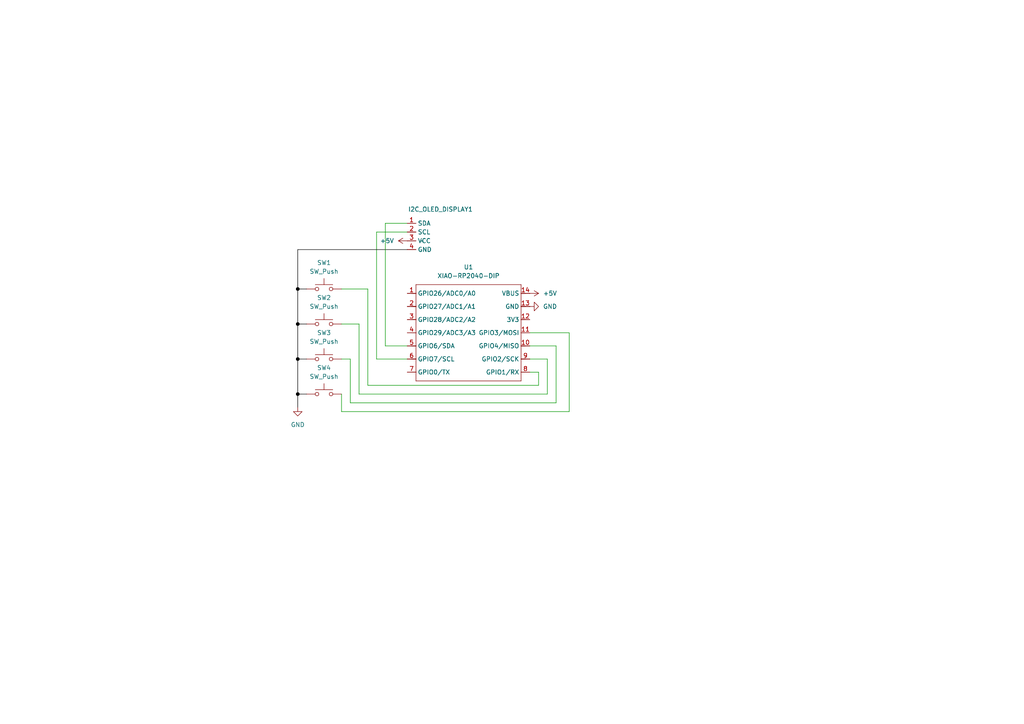
<source format=kicad_sch>
(kicad_sch (version 20250114) (generator "eeschema") (generator_version "9.0")
  (paper "A4")
  (lib_symbols
    (symbol "OLED:I2C_OLED_DISPLAY"
      (property "Reference" "I2C_OLED_DISPLAY" (at 0 0 0))
      (symbol "I2C_OLED_DISPLAY_1_1"
        (pin bidirectional line (at 0 -3.81 0) (length 2.54) (name "SDA") (number "1"))
        (pin bidirectional line (at 0 -6.35 0) (length 2.54) (name "SCL") (number "2"))
        (pin power_in line (at 0 -8.89 0) (length 2.54) (name "VCC") (number "3"))
        (pin power_in line (at 0 -11.43 0) (length 2.54) (name "GND") (number "4"))
      )
    )
    (symbol "OPL:XIAO-RP2040-DIP"
      (property "Reference" "U" (at 0 0 0))
      (property "Value" "XIAO-RP2040-DIP" (at 5.334 -1.778 0))
      (symbol "XIAO-RP2040-DIP_1_0"
        (polyline (pts (xy -1.27 -2.54) (xy 29.21 -2.54)) (stroke (width 0.1524)))
        (polyline (pts (xy -1.27 -5.08) (xy -2.54 -5.08)) (stroke (width 0.1524)))
        (polyline (pts (xy -1.27 -5.08) (xy -1.27 -2.54)) (stroke (width 0.1524)))
        (polyline (pts (xy -1.27 -8.89) (xy -2.54 -8.89)) (stroke (width 0.1524)))
        (polyline (pts (xy -1.27 -8.89) (xy -1.27 -5.08)) (stroke (width 0.1524)))
        (polyline (pts (xy -1.27 -12.7) (xy -2.54 -12.7)) (stroke (width 0.1524)))
        (polyline (pts (xy -1.27 -12.7) (xy -1.27 -8.89)) (stroke (width 0.1524)))
        (polyline (pts (xy -1.27 -16.51) (xy -2.54 -16.51)) (stroke (width 0.1524)))
        (polyline (pts (xy -1.27 -16.51) (xy -1.27 -12.7)) (stroke (width 0.1524)))
        (polyline (pts (xy -1.27 -20.32) (xy -2.54 -20.32)) (stroke (width 0.1524)))
        (polyline (pts (xy -1.27 -24.13) (xy -2.54 -24.13)) (stroke (width 0.1524)))
        (polyline (pts (xy -1.27 -27.94) (xy -2.54 -27.94)) (stroke (width 0.1524)))
        (polyline (pts (xy -1.27 -30.48) (xy -1.27 -16.51)) (stroke (width 0.1524)))
        (polyline (pts (xy 29.21 -2.54) (xy 29.21 -5.08)) (stroke (width 0.1524)))
        (polyline (pts (xy 29.21 -5.08) (xy 29.21 -8.89)) (stroke (width 0.1524)))
        (polyline (pts (xy 29.21 -8.89) (xy 29.21 -12.7)) (stroke (width 0.1524)))
        (polyline (pts (xy 29.21 -12.7) (xy 29.21 -30.48)) (stroke (width 0.1524)))
        (polyline (pts (xy 29.21 -30.48) (xy -1.27 -30.48)) (stroke (width 0.1524)))
        (polyline (pts (xy 30.48 -5.08) (xy 29.21 -5.08)) (stroke (width 0.1524)))
        (polyline (pts (xy 30.48 -8.89) (xy 29.21 -8.89)) (stroke (width 0.1524)))
        (polyline (pts (xy 30.48 -12.7) (xy 29.21 -12.7)) (stroke (width 0.1524)))
        (polyline (pts (xy 30.48 -16.51) (xy 29.21 -16.51)) (stroke (width 0.1524)))
        (polyline (pts (xy 30.48 -20.32) (xy 29.21 -20.32)) (stroke (width 0.1524)))
        (polyline (pts (xy 30.48 -24.13) (xy 29.21 -24.13)) (stroke (width 0.1524)))
        (polyline (pts (xy 30.48 -27.94) (xy 29.21 -27.94)) (stroke (width 0.1524)))
        (pin passive line (at -3.81 -5.08 0) (length 2.54) (name "GPIO26/ADC0/A0") (number "1"))
        (pin passive line (at -3.81 -8.89 0) (length 2.54) (name "GPIO27/ADC1/A1") (number "2"))
        (pin passive line (at -3.81 -12.7 0) (length 2.54) (name "GPIO28/ADC2/A2") (number "3"))
        (pin passive line (at -3.81 -16.51 0) (length 2.54) (name "GPIO29/ADC3/A3") (number "4"))
        (pin passive line (at -3.81 -20.32 0) (length 2.54) (name "GPIO6/SDA") (number "5"))
        (pin passive line (at -3.81 -24.13 0) (length 2.54) (name "GPIO7/SCL") (number "6"))
        (pin passive line (at -3.81 -27.94 0) (length 2.54) (name "GPIO0/TX") (number "7"))
        (pin passive line (at 31.75 -5.08 180) (length 2.54) (name "VBUS") (number "14"))
        (pin passive line (at 31.75 -8.89 180) (length 2.54) (name "GND") (number "13"))
        (pin passive line (at 31.75 -12.7 180) (length 2.54) (name "3V3") (number "12"))
        (pin passive line (at 31.75 -16.51 180) (length 2.54) (name "GPIO3/MOSI") (number "11"))
        (pin passive line (at 31.75 -20.32 180) (length 2.54) (name "GPIO4/MISO") (number "10"))
        (pin passive line (at 31.75 -24.13 180) (length 2.54) (name "GPIO2/SCK") (number "9"))
        (pin passive line (at 31.75 -27.94 180) (length 2.54) (name "GPIO1/RX") (number "8"))
      )
    )
    (symbol "Switch:SW_Push" (pin_numbers (hide yes)) (pin_names (offset 1.016) (hide yes))
      (property "Reference" "SW" (at 1.27 2.54 0))
      (property "Value" "SW_Push" (at 0 -1.524 0))
      (symbol "SW_Push_0_1"
        (circle (center -2.032 0) (radius 0.508))
        (polyline (pts (xy 0 1.27) (xy 0 3.048)))
        (circle (center 2.032 0) (radius 0.508))
        (polyline (pts (xy 2.54 1.27) (xy -2.54 1.27)))
        (pin passive line (at -5.08 0 0) (length 2.54) (name "1") (number "1"))
        (pin passive line (at 5.08 0 180) (length 2.54) (name "2") (number "2"))
      )
    )
    (symbol "power:+5V" (power) (pin_numbers (hide yes)) (pin_names (offset 0) (hide yes))
      (property "Value" "+5V" (at 0 3.556 0))
      (symbol "+5V_0_1"
        (polyline (pts (xy -0.762 1.27) (xy 0 2.54)))
        (polyline (pts (xy 0 2.54) (xy 0.762 1.27)))
        (polyline (pts (xy 0 0) (xy 0 2.54)))
      )
      (symbol "+5V_1_1"
        (pin power_in line (at 0 0 90) (length 0) (name "~") (number "1"))
      )
    )
    (symbol "power:GND" (power) (pin_numbers (hide yes)) (pin_names (offset 0) (hide yes))
      (property "Value" "GND" (at 0 -3.81 0))
      (symbol "GND_0_1"
        (polyline (pts (xy 0 0) (xy 0 -1.27) (xy 1.27 -1.27) (xy 0 -2.54) (xy -1.27 -1.27) (xy 0 -1.27)))
      )
      (symbol "GND_1_1"
        (pin power_in line (at 0 0 270) (length 0) (name "~") (number "1"))
      )
    )
  )
  (junction (at 86.36 93.98) (color 0 0 0 1))
  (junction (at 86.36 114.3) (color 0 0 0 1))
  (junction (at 86.36 104.14) (color 0 0 0 1))
  (junction (at 86.36 83.82) (color 0 0 0 1))
  (wire (pts (xy 101.6 116.84) (xy 161.29 116.84)))
  (wire (pts (xy 86.36 104.14) (xy 86.36 93.98)) (stroke (width 0) (color 0 0 0 1)))
  (wire (pts (xy 86.36 114.3) (xy 86.36 104.14)) (stroke (width 0) (color 0 0 0 1)))
  (wire (pts (xy 109.22 104.14) (xy 118.11 104.14)))
  (wire (pts (xy 118.11 72.39) (xy 86.36 72.39)) (stroke (width 0) (color 0 0 0 1)))
  (wire (pts (xy 109.22 67.31) (xy 109.22 104.14)))
  (wire (pts (xy 86.36 104.14) (xy 88.9 104.14)) (stroke (width 0) (color 0 0 0 1)))
  (wire (pts (xy 86.36 114.3) (xy 88.9 114.3)) (stroke (width 0) (color 0 0 0 1)))
  (wire (pts (xy 101.6 104.14) (xy 101.6 116.84)))
  (wire (pts (xy 111.76 64.77) (xy 111.76 100.33)))
  (wire (pts (xy 99.06 114.3) (xy 99.06 119.38)))
  (wire (pts (xy 153.67 100.33) (xy 161.29 100.33)))
  (wire (pts (xy 118.11 67.31) (xy 109.22 67.31)))
  (wire (pts (xy 99.06 119.38) (xy 165.1 119.38)))
  (wire (pts (xy 165.1 119.38) (xy 165.1 96.52)))
  (wire (pts (xy 118.11 64.77) (xy 111.76 64.77)))
  (wire (pts (xy 86.36 93.98) (xy 86.36 83.82)) (stroke (width 0) (color 0 0 0 1)))
  (wire (pts (xy 161.29 116.84) (xy 161.29 100.33)))
  (wire (pts (xy 158.75 104.14) (xy 153.67 104.14)))
  (wire (pts (xy 106.68 83.82) (xy 106.68 111.76)))
  (wire (pts (xy 99.06 93.98) (xy 104.14 93.98)))
  (wire (pts (xy 165.1 96.52) (xy 153.67 96.52)))
  (wire (pts (xy 104.14 93.98) (xy 104.14 114.3)))
  (wire (pts (xy 158.75 114.3) (xy 158.75 104.14)))
  (wire (pts (xy 86.36 72.39) (xy 86.36 83.82)) (stroke (width 0) (color 5 5 5 1)))
  (wire (pts (xy 86.36 93.98) (xy 88.9 93.98)) (stroke (width 0) (color 0 0 0 1)))
  (wire (pts (xy 99.06 104.14) (xy 101.6 104.14)))
  (wire (pts (xy 106.68 111.76) (xy 156.21 111.76)))
  (wire (pts (xy 156.21 107.95) (xy 153.67 107.95)))
  (wire (pts (xy 86.36 118.11) (xy 86.36 114.3)) (stroke (width 0) (color 0 0 0 1)))
  (wire (pts (xy 104.14 114.3) (xy 158.75 114.3)))
  (wire (pts (xy 111.76 100.33) (xy 118.11 100.33)))
  (wire (pts (xy 99.06 83.82) (xy 106.68 83.82)))
  (wire (pts (xy 86.36 83.82) (xy 88.9 83.82)) (stroke (width 0) (color 0 0 0 1)))
  (wire (pts (xy 156.21 111.76) (xy 156.21 107.95)))
  (symbol (lib_id "Switch:SW_Push") (at 93.98 83.82 0) (unit 1)
    (property "Reference" "SW1" (at 93.98 76.2 0))
    (property "Value" "SW_Push" (at 93.98 78.74 0))
    (property "Footprint" "Button_Switch_Keyboard:SW_Cherry_MX_1.00u_PCB" (effects (hide yes)))
    (property "Description" "Push button switch, generic, two pins" (effects (hide yes)))
  )
  (symbol (lib_id "power:+5V") (at 118.11 69.85 90) (unit 1)
    (property "Reference" "#PWR04" (effects (hide yes)))
    (property "Value" "+5V" (at 114.3 69.8499 90) (effects (justify left)))
    (property "Description" "Power symbol creates a global label with name \"+5V\"" (effects (hide yes)))
  )
  (symbol (lib_id "power:GND") (at 86.36 118.11 0) (unit 1)
    (property "Reference" "#PWR03" (effects (hide yes)))
    (property "Value" "GND" (at 86.36 123.19 0))
    (property "Description" "Power symbol creates a global label with name \"GND\" , ground" (effects (hide yes)))
  )
  (symbol (lib_id "OPL:XIAO-RP2040-DIP") (at 121.92 80.01 0) (unit 1)
    (property "Reference" "U1" (at 135.89 77.47 0))
    (property "Value" "XIAO-RP2040-DIP" (at 135.89 80.01 0))
    (property "Footprint" "OPL:XIAO-RP2040-DIP" (effects (hide yes)))
  )
  (symbol (lib_id "Switch:SW_Push") (at 93.98 104.14 0) (unit 1)
    (property "Reference" "SW3" (at 93.98 96.52 0))
    (property "Value" "SW_Push" (at 93.98 99.06 0))
    (property "Footprint" "Button_Switch_Keyboard:SW_Cherry_MX_1.00u_PCB" (effects (hide yes)))
    (property "Description" "Push button switch, generic, two pins" (effects (hide yes)))
  )
  (symbol (lib_id "power:GND") (at 153.67 88.9 90) (unit 1)
    (property "Reference" "#PWR02" (effects (hide yes)))
    (property "Value" "GND" (at 157.48 88.8999 90) (effects (justify right)))
    (property "Description" "Power symbol creates a global label with name \"GND\" , ground" (effects (hide yes)))
  )
  (symbol (lib_id "Switch:SW_Push") (at 93.98 93.98 0) (unit 1)
    (property "Reference" "SW2" (at 93.98 86.36 0))
    (property "Value" "SW_Push" (at 93.98 88.9 0))
    (property "Footprint" "Button_Switch_Keyboard:SW_Cherry_MX_1.00u_PCB" (effects (hide yes)))
    (property "Description" "Push button switch, generic, two pins" (effects (hide yes)))
  )
  (symbol (lib_id "power:+5V") (at 153.67 85.09 270) (unit 1)
    (property "Reference" "#PWR01" (effects (hide yes)))
    (property "Value" "+5V" (at 157.48 85.0899 90) (effects (justify left)))
    (property "Description" "Power symbol creates a global label with name \"+5V\"" (effects (hide yes)))
  )
  (symbol (lib_id "Switch:SW_Push") (at 93.98 114.3 0) (unit 1)
    (property "Reference" "SW4" (at 93.98 106.68 0))
    (property "Value" "SW_Push" (at 93.98 109.22 0))
    (property "Footprint" "Button_Switch_Keyboard:SW_Cherry_MX_1.00u_PCB" (effects (hide yes)))
    (property "Description" "Push button switch, generic, two pins" (effects (hide yes)))
  )
  (symbol (lib_id "OLED:I2C_OLED_DISPLAY") (at 118.11 60.96 0) (unit 1)
    (property "Reference" "I2C_OLED_DISPLAY1" (at 118.364 60.706 0) (effects (justify left)))
    (property "Value" "~" (at 121.92 69.8499 0) (effects (justify left)))
    (property "Footprint" "OLED:I2C_OLED_DISPLAY" (effects (hide yes)))
  )
)
</source>
